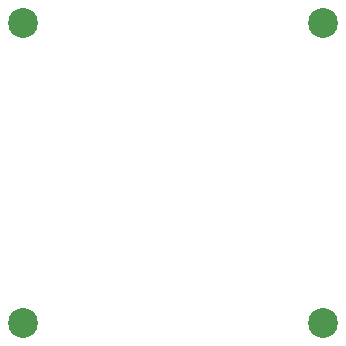
<source format=gbr>
G04 #@! TF.FileFunction,Soldermask,Bot*
%FSLAX46Y46*%
G04 Gerber Fmt 4.6, Leading zero omitted, Abs format (unit mm)*
G04 Created by KiCad (PCBNEW 4.0.0-rc1-stable) date 10/19/2015 9:11:09 PM*
%MOMM*%
G01*
G04 APERTURE LIST*
%ADD10C,0.100000*%
%ADD11C,2.530000*%
G04 APERTURE END LIST*
D10*
D11*
X127000000Y-127000000D03*
X152400000Y-127000000D03*
X152400000Y-101600000D03*
X127000000Y-101600000D03*
M02*

</source>
